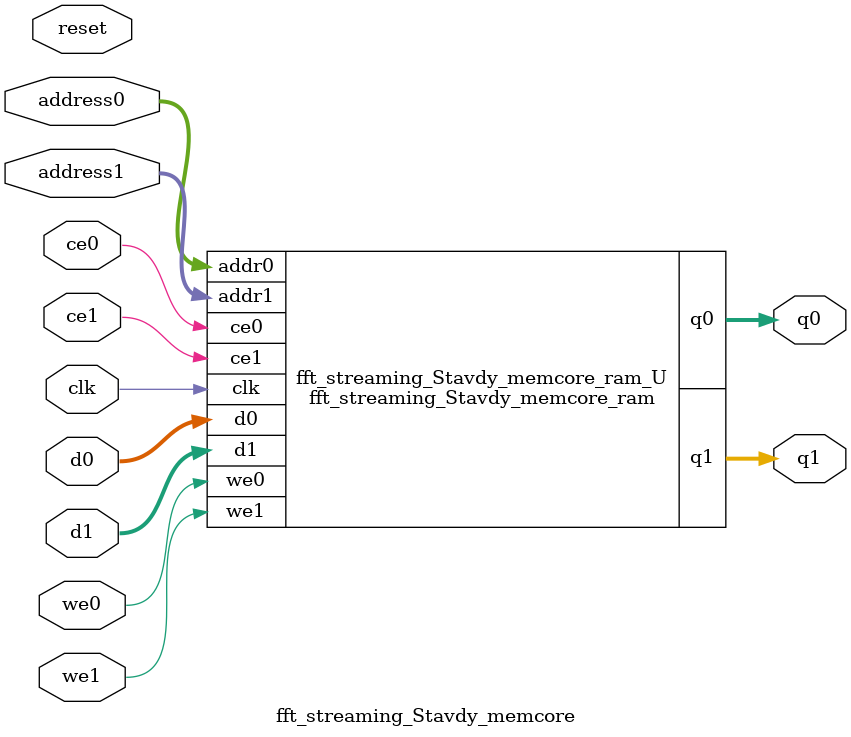
<source format=v>
`timescale 1 ns / 1 ps
module fft_streaming_Stavdy_memcore_ram (addr0, ce0, d0, we0, q0, addr1, ce1, d1, we1, q1,  clk);

parameter DWIDTH = 32;
parameter AWIDTH = 10;
parameter MEM_SIZE = 1024;

input[AWIDTH-1:0] addr0;
input ce0;
input[DWIDTH-1:0] d0;
input we0;
output reg[DWIDTH-1:0] q0;
input[AWIDTH-1:0] addr1;
input ce1;
input[DWIDTH-1:0] d1;
input we1;
output reg[DWIDTH-1:0] q1;
input clk;

(* ram_style = "block" *)reg [DWIDTH-1:0] ram[0:MEM_SIZE-1];




always @(posedge clk)  
begin 
    if (ce0) 
    begin
        if (we0) 
        begin 
            ram[addr0] <= d0; 
        end 
        q0 <= ram[addr0];
    end
end


always @(posedge clk)  
begin 
    if (ce1) 
    begin
        if (we1) 
        begin 
            ram[addr1] <= d1; 
        end 
        q1 <= ram[addr1];
    end
end


endmodule

`timescale 1 ns / 1 ps
module fft_streaming_Stavdy_memcore(
    reset,
    clk,
    address0,
    ce0,
    we0,
    d0,
    q0,
    address1,
    ce1,
    we1,
    d1,
    q1);

parameter DataWidth = 32'd32;
parameter AddressRange = 32'd1024;
parameter AddressWidth = 32'd10;
input reset;
input clk;
input[AddressWidth - 1:0] address0;
input ce0;
input we0;
input[DataWidth - 1:0] d0;
output[DataWidth - 1:0] q0;
input[AddressWidth - 1:0] address1;
input ce1;
input we1;
input[DataWidth - 1:0] d1;
output[DataWidth - 1:0] q1;



fft_streaming_Stavdy_memcore_ram fft_streaming_Stavdy_memcore_ram_U(
    .clk( clk ),
    .addr0( address0 ),
    .ce0( ce0 ),
    .we0( we0 ),
    .d0( d0 ),
    .q0( q0 ),
    .addr1( address1 ),
    .ce1( ce1 ),
    .we1( we1 ),
    .d1( d1 ),
    .q1( q1 ));

endmodule


</source>
